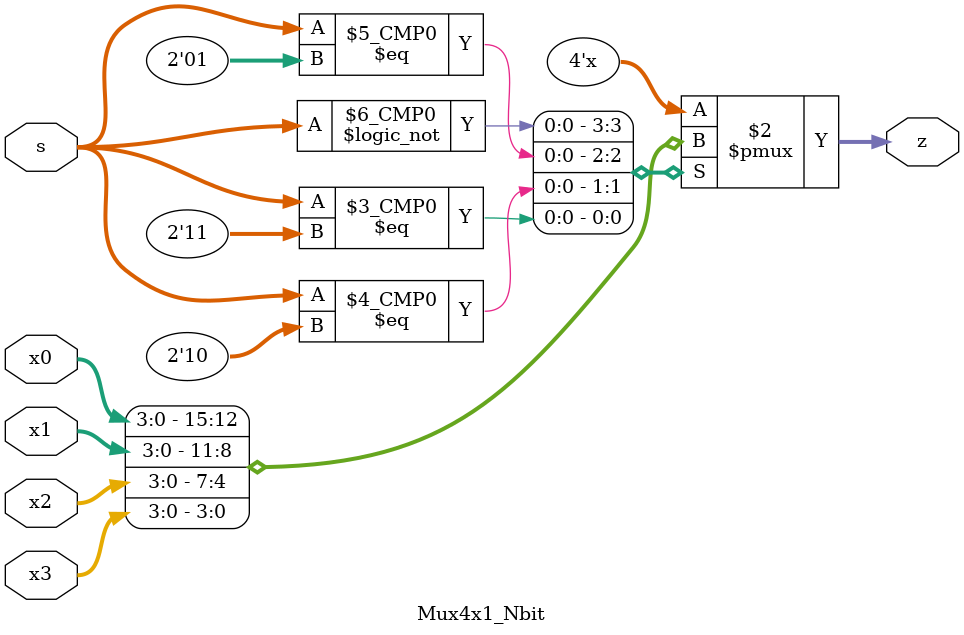
<source format=v>
`timescale 1ns / 1ps


module Mux4x1_Nbit #(parameter N = 4)(
    input [N-1:0]x0, x1, x2, x3,
    input [1:0]s,
    output reg [N-1:0]z
    );
    always@(*)
    begin
        //Direct Assignment
        //z = s[1]?(s[0]? x3:x2):(s[0]? x1:x0);
        
        //If-else
        /*
        if(s == 2'b00) z = x0;
        else if(s == 2'b01) z = x1;
        else if(s == 2'b10) z = x2;
        else if(s == 2'b11) z = x3;
        else z = 'bx;
        */
        
        //Switch Cases
        case(s)
        2'b00: z = x0;
        2'b01: z = x1;
        2'b10: z = x2;
        2'b11: z = x3;
        default: z = 'bx;
        endcase
    end
endmodule

</source>
